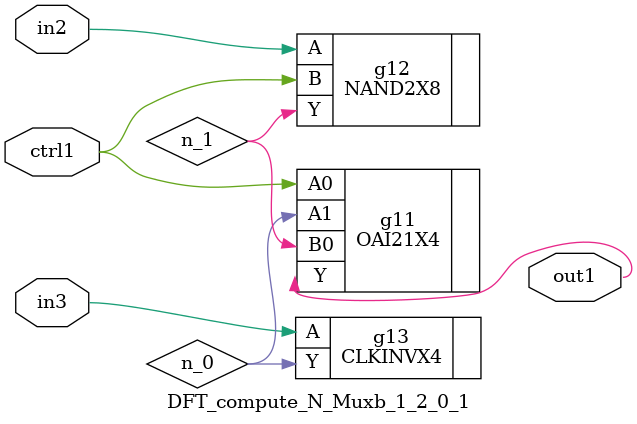
<source format=v>
`timescale 1ps / 1ps


module DFT_compute_N_Muxb_1_2_0_1(in3, in2, ctrl1, out1);
  input in3, in2, ctrl1;
  output out1;
  wire in3, in2, ctrl1;
  wire out1;
  wire n_0, n_1;
  OAI21X4 g11(.A0 (ctrl1), .A1 (n_0), .B0 (n_1), .Y (out1));
  NAND2X8 g12(.A (in2), .B (ctrl1), .Y (n_1));
  CLKINVX4 g13(.A (in3), .Y (n_0));
endmodule



</source>
